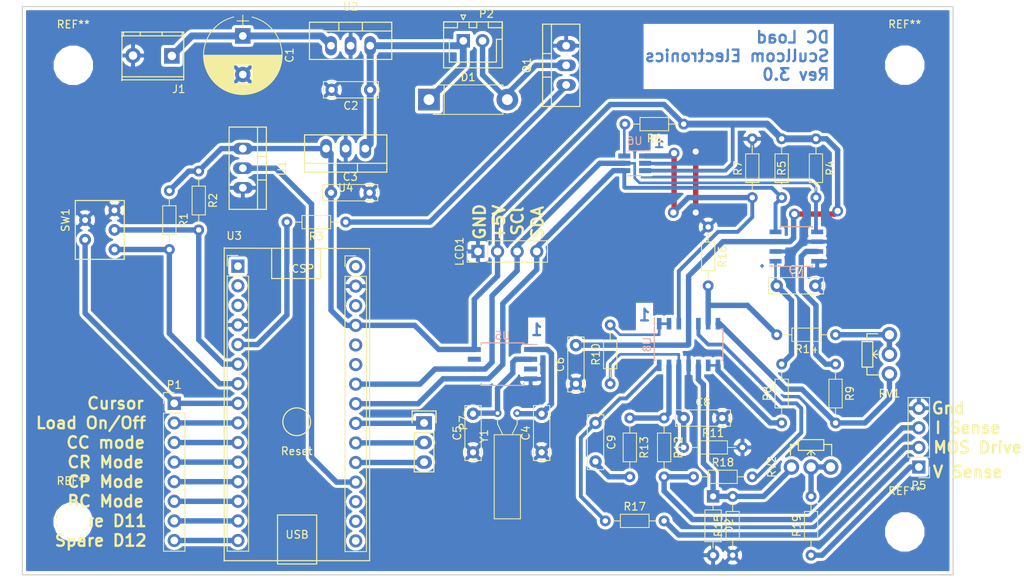
<source format=kicad_pcb>
(kicad_pcb (version 4) (host pcbnew 4.0.5)
  (layers (0 F.Cu signal) (31 B.Cu signal) (34 B.Paste user) (35 F.Paste user) (36 B.SilkS user) (37 F.SilkS user) (38 B.Mask user) (39 F.Mask user) (44 Edge.Cuts user))
  (net 0 "")
  (net 1 "Net-(C1-Pad1)")
  (net 2 GND)
  (net 3 +12V)
  (net 4 +5V)
  (net 5 "Net-(C4-Pad2)")
  (net 6 "Net-(C5-Pad2)")
  (net 7 "Net-(C7-Pad1)")
  (net 8 "Net-(C8-Pad1)")
  (net 9 "Net-(C9-Pad1)")
  (net 10 "Net-(C9-Pad2)")
  (net 11 "Net-(D1-Pad2)")
  (net 12 "Net-(D2-Pad1)")
  (net 13 "Net-(Q1-Pad1)")
  (net 14 "Net-(R1-Pad2)")
  (net 15 "Net-(R2-Pad2)")
  (net 16 "Net-(R3-Pad2)")
  (net 17 "Net-(R6-Pad2)")
  (net 18 "Net-(R8-Pad1)")
  (net 19 "Net-(R9-Pad1)")
  (net 20 "Net-(R9-Pad2)")
  (net 21 "Net-(R10-Pad2)")
  (net 22 "Net-(R12-Pad1)")
  (net 23 "Net-(R14-Pad1)")
  (net 24 "Net-(R14-Pad2)")
  (net 25 "Net-(R18-Pad2)")
  (net 26 "Net-(R19-Pad2)")
  (net 27 "Net-(U1-Pad2)")
  (net 28 "Net-(U3-Pad16)")
  (net 29 "Net-(U3-Pad17)")
  (net 30 "Net-(U3-Pad18)")
  (net 31 "Net-(U3-Pad25)")
  (net 32 "Net-(U3-Pad26)")
  (net 33 "Net-(U3-Pad28)")
  (net 34 "Net-(U3-Pad30)")
  (net 35 "Net-(U3-Pad1)")
  (net 36 "Net-(U3-Pad3)")
  (net 37 "Net-(U5-Pad3)")
  (net 38 "Net-(U5-Pad7)")
  (net 39 /CP)
  (net 40 /BC)
  (net 41 /Cursor)
  (net 42 /CC)
  (net 43 /CR)
  (net 44 /LoadOn/Off)
  (net 45 /Vsense)
  (net 46 /MosfetDrive)
  (net 47 /ISense)
  (net 48 "Net-(R7-Pad1)")
  (net 49 "Net-(P7-Pad1)")
  (net 50 "Net-(P7-Pad2)")
  (net 51 "Net-(P7-Pad3)")
  (net 52 /SpareD11)
  (net 53 /SpareD12)
  (net 54 "Net-(U3-Pad2)")
  (net 55 /SCL)
  (net 56 /SDA)
  (module TO_SOT_Packages_THT:TO-220_Neutral123_Vertical (layer F.Cu) (at 74.295 71.755 270)
    (fp_text reference U1 (at 0 -5.08 270) (layer F.SilkS))
    (fp_text value LM35)
    (pad 2 thru_hole oval (at 0 0) (size 2.49936 1.50114) (drill 1.00076) (layers *.Cu *.Mask) (net 27 "Net-(U1-Pad2)"))
    (pad 1 thru_hole oval (at -2.54 0) (size 2.49936 1.50114) (drill 1.00076) (layers *.Cu *.Mask) (net 4 +5V))
    (pad 3 thru_hole oval (at 2.54 0) (size 2.49936 1.50114) (drill 1.00076) (layers *.Cu *.Mask) (net 2 GND))
  )
  (module Crystals:Crystal_AT310_d3.0mm_l10.0mm_Horizontal (layer F.Cu) (at 107.315 103.505)
    (fp_text reference Y1 (at -1.75 3 90) (layer F.SilkS))
    (fp_text value 32.768kHz)
    (pad 1 thru_hole circle (at 0 0) (size 1 1) (drill 0.5) (layers *.Cu *.Mask) (net 6 "Net-(C5-Pad2)"))
    (pad 2 thru_hole circle (at 2.54 0) (size 1 1) (drill 0.5) (layers *.Cu *.Mask) (net 5 "Net-(C4-Pad2)"))
  )
  (module Capacitors_THT:CP_Radial_D10.0mm_P5.00mm (layer F.Cu) (at 74.295 54.61 270)
    (fp_text reference C1 (at 2.5 -6.06 270) (layer F.SilkS))
    (fp_text value 470uF)
    (pad 1 thru_hole rect (at 0 0 270) (size 2 2) (drill 1) (layers *.Cu *.Mask) (net 1 "Net-(C1-Pad1)"))
    (pad 2 thru_hole circle (at 5 0 270) (size 2 2) (drill 1) (layers *.Cu *.Mask) (net 2 GND))
  )
  (module Capacitors_THT:C_Rect_L7.0mm_W2.0mm_P5.00mm (layer F.Cu) (at 90.805 61.595 180)
    (fp_text reference C2 (at 2.5 -2.06 180) (layer F.SilkS))
    (fp_text value 100nF)
    (pad 1 thru_hole circle (at 0 0 180) (size 1.6 1.6) (drill 0.8) (layers *.Cu *.Mask) (net 3 +12V))
    (pad 2 thru_hole circle (at 5 0 180) (size 1.6 1.6) (drill 0.8) (layers *.Cu *.Mask) (net 2 GND))
  )
  (module Capacitors_THT:C_Rect_L7.0mm_W2.0mm_P5.00mm (layer F.Cu) (at 85.725 74.93)
    (fp_text reference C3 (at 2.5 -2.06) (layer F.SilkS))
    (fp_text value 100nF)
    (pad 1 thru_hole circle (at 0 0) (size 1.6 1.6) (drill 0.8) (layers *.Cu *.Mask) (net 4 +5V))
    (pad 2 thru_hole circle (at 5 0) (size 1.6 1.6) (drill 0.8) (layers *.Cu *.Mask) (net 2 GND))
  )
  (module Capacitors_THT:C_Rect_L7.0mm_W2.0mm_P5.00mm (layer F.Cu) (at 113.03 108.585 90)
    (fp_text reference C4 (at 2.5 -2.06 90) (layer F.SilkS))
    (fp_text value 10pF)
    (pad 1 thru_hole circle (at 0 0 90) (size 1.6 1.6) (drill 0.8) (layers *.Cu *.Mask) (net 2 GND))
    (pad 2 thru_hole circle (at 5 0 90) (size 1.6 1.6) (drill 0.8) (layers *.Cu *.Mask) (net 5 "Net-(C4-Pad2)"))
  )
  (module Capacitors_THT:C_Rect_L7.0mm_W2.0mm_P5.00mm (layer F.Cu) (at 104.14 108.585 90)
    (fp_text reference C5 (at 2.5 -2.06 90) (layer F.SilkS))
    (fp_text value 10pF)
    (pad 1 thru_hole circle (at 0 0 90) (size 1.6 1.6) (drill 0.8) (layers *.Cu *.Mask) (net 2 GND))
    (pad 2 thru_hole circle (at 5 0 90) (size 1.6 1.6) (drill 0.8) (layers *.Cu *.Mask) (net 6 "Net-(C5-Pad2)"))
  )
  (module Capacitors_THT:C_Rect_L7.0mm_W2.0mm_P5.00mm (layer F.Cu) (at 117.475 99.695 90)
    (fp_text reference C6 (at 2.5 -2.06 90) (layer F.SilkS))
    (fp_text value 100nF)
    (pad 1 thru_hole circle (at 0 0 90) (size 1.6 1.6) (drill 0.8) (layers *.Cu *.Mask) (net 2 GND))
    (pad 2 thru_hole circle (at 5 0 90) (size 1.6 1.6) (drill 0.8) (layers *.Cu *.Mask) (net 4 +5V))
  )
  (module Capacitors_THT:C_Rect_L7.0mm_W2.0mm_P5.00mm (layer F.Cu) (at 143.51 86.995)
    (fp_text reference C7 (at 2.5 -2.06) (layer F.SilkS))
    (fp_text value 100nF)
    (pad 1 thru_hole circle (at 0 0) (size 1.6 1.6) (drill 0.8) (layers *.Cu *.Mask) (net 7 "Net-(C7-Pad1)"))
    (pad 2 thru_hole circle (at 5 0) (size 1.6 1.6) (drill 0.8) (layers *.Cu *.Mask) (net 2 GND))
  )
  (module Capacitors_THT:C_Rect_L7.0mm_W2.0mm_P5.00mm (layer F.Cu) (at 131.445 104.14)
    (fp_text reference C8 (at 2.5 -2.06) (layer F.SilkS))
    (fp_text value 100nF)
    (pad 1 thru_hole circle (at 0 0) (size 1.6 1.6) (drill 0.8) (layers *.Cu *.Mask) (net 8 "Net-(C8-Pad1)"))
    (pad 2 thru_hole circle (at 5 0) (size 1.6 1.6) (drill 0.8) (layers *.Cu *.Mask) (net 2 GND))
  )
  (module Capacitors_THT:C_Rect_L7.0mm_W2.0mm_P5.00mm (layer F.Cu) (at 120.015 104.775 270)
    (fp_text reference C9 (at 2.5 -2.06 270) (layer F.SilkS))
    (fp_text value 1nF)
    (pad 1 thru_hole circle (at 0 0 270) (size 1.6 1.6) (drill 0.8) (layers *.Cu *.Mask) (net 9 "Net-(C9-Pad1)"))
    (pad 2 thru_hole circle (at 5 0 270) (size 1.6 1.6) (drill 0.8) (layers *.Cu *.Mask) (net 10 "Net-(C9-Pad2)"))
  )
  (module Diodes_THT:D_5W_P10.16mm_Horizontal (layer F.Cu) (at 98.425 62.865)
    (fp_text reference D1 (at 5.08 -2.91) (layer F.SilkS))
    (fp_text value 1N4007)
    (pad 1 thru_hole rect (at 0 0) (size 2.8 2.8) (drill 1.4) (layers *.Cu *.Mask) (net 3 +12V))
    (pad 2 thru_hole oval (at 10.16 0) (size 2.8 2.8) (drill 1.4) (layers *.Cu *.Mask) (net 11 "Net-(D1-Pad2)"))
  )
  (module Pin_Headers:Pin_Header_Straight_1x04_Pitch2.54mm (layer F.Cu) (at 104.775 82.55 90)
    (fp_text reference LCD1 (at 0 -2.39 90) (layer F.SilkS))
    (fp_text value LCD20x4i2c)
    (pad 1 thru_hole rect (at 0 0 90) (size 1.7 1.7) (drill 1) (layers *.Cu *.Mask) (net 2 GND))
    (pad 2 thru_hole oval (at 0 2.54 90) (size 1.7 1.7) (drill 1) (layers *.Cu *.Mask) (net 4 +5V))
    (pad 3 thru_hole oval (at 0 5.08 90) (size 1.7 1.7) (drill 1) (layers *.Cu *.Mask) (net 55 /SCL))
    (pad 4 thru_hole oval (at 0 7.62 90) (size 1.7 1.7) (drill 1) (layers *.Cu *.Mask) (net 56 /SDA))
  )
  (module TO_SOT_Packages_THT:TO-220_Neutral123_Vertical (layer F.Cu) (at 116.205 58.42 90)
    (fp_text reference Q1 (at 0 -5.08 90) (layer F.SilkS))
    (fp_text value TIP120)
    (pad 2 thru_hole oval (at 0 0 180) (size 2.49936 1.50114) (drill 1.00076) (layers *.Cu *.Mask) (net 11 "Net-(D1-Pad2)"))
    (pad 1 thru_hole oval (at -2.54 0 180) (size 2.49936 1.50114) (drill 1.00076) (layers *.Cu *.Mask) (net 13 "Net-(Q1-Pad1)"))
    (pad 3 thru_hole oval (at 2.54 0 180) (size 2.49936 1.50114) (drill 1.00076) (layers *.Cu *.Mask) (net 2 GND))
  )
  (module Resistors_THT:R_Axial_DIN0204_L3.6mm_D1.6mm_P7.62mm_Horizontal (layer F.Cu) (at 64.77 74.676 270)
    (fp_text reference R1 (at 3.81 -1.86 270) (layer F.SilkS))
    (fp_text value 10K)
    (pad 1 thru_hole circle (at 0 0 270) (size 1.4 1.4) (drill 0.7) (layers *.Cu *.Mask) (net 4 +5V))
    (pad 2 thru_hole oval (at 7.62 0 270) (size 1.4 1.4) (drill 0.7) (layers *.Cu *.Mask) (net 14 "Net-(R1-Pad2)"))
  )
  (module Resistors_THT:R_Axial_DIN0204_L3.6mm_D1.6mm_P7.62mm_Horizontal (layer F.Cu) (at 68.58 72.136 270)
    (fp_text reference R2 (at 3.81 -1.86 270) (layer F.SilkS))
    (fp_text value 10K)
    (pad 1 thru_hole circle (at 0 0 270) (size 1.4 1.4) (drill 0.7) (layers *.Cu *.Mask) (net 4 +5V))
    (pad 2 thru_hole oval (at 7.62 0 270) (size 1.4 1.4) (drill 0.7) (layers *.Cu *.Mask) (net 15 "Net-(R2-Pad2)"))
  )
  (module Resistors_THT:R_Axial_DIN0204_L3.6mm_D1.6mm_P7.62mm_Horizontal (layer F.Cu) (at 87.63 78.74 180)
    (fp_text reference R3 (at 3.81 -1.86 180) (layer F.SilkS))
    (fp_text value 1K)
    (pad 1 thru_hole circle (at 0 0 180) (size 1.4 1.4) (drill 0.7) (layers *.Cu *.Mask) (net 13 "Net-(Q1-Pad1)"))
    (pad 2 thru_hole oval (at 7.62 0 180) (size 1.4 1.4) (drill 0.7) (layers *.Cu *.Mask) (net 16 "Net-(R3-Pad2)"))
  )
  (module Resistors_THT:R_Axial_DIN0204_L3.6mm_D1.6mm_P7.62mm_Horizontal (layer F.Cu) (at 148.59 67.945 270)
    (fp_text reference R4 (at 3.81 -1.86 270) (layer F.SilkS))
    (fp_text value 10K)
    (pad 1 thru_hole circle (at 0 0 270) (size 1.4 1.4) (drill 0.7) (layers *.Cu *.Mask) (net 4 +5V))
    (pad 2 thru_hole oval (at 7.62 0 270) (size 1.4 1.4) (drill 0.7) (layers *.Cu *.Mask) (net 55 /SCL))
  )
  (module Resistors_THT:R_Axial_DIN0204_L3.6mm_D1.6mm_P7.62mm_Horizontal (layer F.Cu) (at 144.145 67.945 270)
    (fp_text reference R5 (at 3.81 0 270) (layer F.SilkS))
    (fp_text value 10K)
    (pad 1 thru_hole circle (at 0 0 270) (size 1.4 1.4) (drill 0.7) (layers *.Cu *.Mask) (net 4 +5V))
    (pad 2 thru_hole oval (at 7.62 0 270) (size 1.4 1.4) (drill 0.7) (layers *.Cu *.Mask) (net 56 /SDA))
  )
  (module Resistors_THT:R_Axial_DIN0204_L3.6mm_D1.6mm_P7.62mm_Horizontal (layer F.Cu) (at 131.445 66.04 180)
    (fp_text reference R6 (at 3.81 -1.86 180) (layer F.SilkS))
    (fp_text value 4K7)
    (pad 1 thru_hole circle (at 0 0 180) (size 1.4 1.4) (drill 0.7) (layers *.Cu *.Mask) (net 4 +5V))
    (pad 2 thru_hole oval (at 7.62 0 180) (size 1.4 1.4) (drill 0.7) (layers *.Cu *.Mask) (net 17 "Net-(R6-Pad2)"))
  )
  (module Resistors_THT:R_Axial_DIN0204_L3.6mm_D1.6mm_P7.62mm_Horizontal (layer F.Cu) (at 140.335 75.565 90)
    (fp_text reference R7 (at 3.81 -1.86 90) (layer F.SilkS))
    (fp_text value 10K)
    (pad 1 thru_hole circle (at 0 0 90) (size 1.4 1.4) (drill 0.7) (layers *.Cu *.Mask) (net 48 "Net-(R7-Pad1)"))
    (pad 2 thru_hole oval (at 7.62 0 90) (size 1.4 1.4) (drill 0.7) (layers *.Cu *.Mask) (net 2 GND))
  )
  (module Resistors_THT:R_Axial_DIN0204_L3.6mm_D1.6mm_P7.62mm_Horizontal (layer F.Cu) (at 144.145 104.775 90)
    (fp_text reference R8 (at 3.81 -1.86 90) (layer F.SilkS))
    (fp_text value 100R)
    (pad 1 thru_hole circle (at 0 0 90) (size 1.4 1.4) (drill 0.7) (layers *.Cu *.Mask) (net 18 "Net-(R8-Pad1)"))
    (pad 2 thru_hole oval (at 7.62 0 90) (size 1.4 1.4) (drill 0.7) (layers *.Cu *.Mask) (net 7 "Net-(C7-Pad1)"))
  )
  (module Resistors_THT:R_Axial_DIN0204_L3.6mm_D1.6mm_P7.62mm_Horizontal (layer F.Cu) (at 151.13 97.155 270)
    (fp_text reference R9 (at 3.81 -1.86 270) (layer F.SilkS))
    (fp_text value 100R)
    (pad 1 thru_hole circle (at 0 0 270) (size 1.4 1.4) (drill 0.7) (layers *.Cu *.Mask) (net 19 "Net-(R9-Pad1)"))
    (pad 2 thru_hole oval (at 7.62 0 270) (size 1.4 1.4) (drill 0.7) (layers *.Cu *.Mask) (net 20 "Net-(R9-Pad2)"))
  )
  (module Resistors_THT:R_Axial_DIN0204_L3.6mm_D1.6mm_P7.62mm_Horizontal (layer F.Cu) (at 121.92 99.695 90)
    (fp_text reference R10 (at 3.81 -1.86 90) (layer F.SilkS))
    (fp_text value 9K09)
    (pad 1 thru_hole circle (at 0 0 90) (size 1.4 1.4) (drill 0.7) (layers *.Cu *.Mask) (net 8 "Net-(C8-Pad1)"))
    (pad 2 thru_hole oval (at 7.62 0 90) (size 1.4 1.4) (drill 0.7) (layers *.Cu *.Mask) (net 21 "Net-(R10-Pad2)"))
  )
  (module Resistors_THT:R_Axial_DIN0204_L3.6mm_D1.6mm_P7.62mm_Horizontal (layer F.Cu) (at 131.445 107.95)
    (fp_text reference R11 (at 3.81 -1.86) (layer F.SilkS))
    (fp_text value 909R)
    (pad 1 thru_hole circle (at 0 0) (size 1.4 1.4) (drill 0.7) (layers *.Cu *.Mask) (net 8 "Net-(C8-Pad1)"))
    (pad 2 thru_hole oval (at 7.62 0) (size 1.4 1.4) (drill 0.7) (layers *.Cu *.Mask) (net 2 GND))
  )
  (module Resistors_THT:R_Axial_DIN0204_L3.6mm_D1.6mm_P7.62mm_Horizontal (layer F.Cu) (at 128.905 104.14 270)
    (fp_text reference R12 (at 3.81 -1.86 270) (layer F.SilkS))
    (fp_text value 1K)
    (pad 1 thru_hole circle (at 0 0 270) (size 1.4 1.4) (drill 0.7) (layers *.Cu *.Mask) (net 22 "Net-(R12-Pad1)"))
    (pad 2 thru_hole oval (at 7.62 0 270) (size 1.4 1.4) (drill 0.7) (layers *.Cu *.Mask) (net 47 /ISense))
  )
  (module Resistors_THT:R_Axial_DIN0204_L3.6mm_D1.6mm_P7.62mm_Horizontal (layer F.Cu) (at 124.46 104.14 270)
    (fp_text reference R13 (at 3.81 -1.86 270) (layer F.SilkS))
    (fp_text value 1K)
    (pad 1 thru_hole circle (at 0 0 270) (size 1.4 1.4) (drill 0.7) (layers *.Cu *.Mask) (net 22 "Net-(R12-Pad1)"))
    (pad 2 thru_hole oval (at 7.62 0 270) (size 1.4 1.4) (drill 0.7) (layers *.Cu *.Mask) (net 10 "Net-(C9-Pad2)"))
  )
  (module Resistors_THT:R_Axial_DIN0204_L3.6mm_D1.6mm_P7.62mm_Horizontal (layer F.Cu) (at 151.13 93.345 180)
    (fp_text reference R14 (at 3.81 -1.86 180) (layer F.SilkS))
    (fp_text value 8K2)
    (pad 1 thru_hole circle (at 0 0 180) (size 1.4 1.4) (drill 0.7) (layers *.Cu *.Mask) (net 23 "Net-(R14-Pad1)"))
    (pad 2 thru_hole oval (at 7.62 0 180) (size 1.4 1.4) (drill 0.7) (layers *.Cu *.Mask) (net 24 "Net-(R14-Pad2)"))
  )
  (module Resistors_THT:R_Axial_DIN0204_L3.6mm_D1.6mm_P7.62mm_Horizontal (layer F.Cu) (at 137.795 121.92 90)
    (fp_text reference R15 (at 3.81 -1.86 90) (layer F.SilkS))
    (fp_text value 2K)
    (pad 1 thru_hole circle (at 0 0 90) (size 1.4 1.4) (drill 0.7) (layers *.Cu *.Mask) (net 2 GND))
    (pad 2 thru_hole oval (at 7.62 0 90) (size 1.4 1.4) (drill 0.7) (layers *.Cu *.Mask) (net 12 "Net-(D2-Pad1)"))
  )
  (module Resistors_THT:R_Axial_DIN0204_L3.6mm_D1.6mm_P7.62mm_Horizontal (layer F.Cu) (at 134.62 79.375 270)
    (fp_text reference R16 (at 3.81 -1.86 270) (layer F.SilkS))
    (fp_text value 9K1)
    (pad 1 thru_hole circle (at 0 0 270) (size 1.4 1.4) (drill 0.7) (layers *.Cu *.Mask) (net 2 GND))
    (pad 2 thru_hole oval (at 7.62 0 270) (size 1.4 1.4) (drill 0.7) (layers *.Cu *.Mask) (net 24 "Net-(R14-Pad2)"))
  )
  (module Resistors_THT:R_Axial_DIN0204_L3.6mm_D1.6mm_P7.62mm_Horizontal (layer F.Cu) (at 121.285 117.475)
    (fp_text reference R17 (at 3.81 -1.86) (layer F.SilkS))
    (fp_text value 100R)
    (pad 1 thru_hole circle (at 0 0) (size 1.4 1.4) (drill 0.7) (layers *.Cu *.Mask) (net 9 "Net-(C9-Pad1)"))
    (pad 2 thru_hole oval (at 7.62 0) (size 1.4 1.4) (drill 0.7) (layers *.Cu *.Mask) (net 46 /MosfetDrive))
  )
  (module Resistors_THT:R_Axial_DIN0204_L3.6mm_D1.6mm_P7.62mm_Horizontal (layer F.Cu) (at 132.715 111.76)
    (fp_text reference R18 (at 3.81 -1.86) (layer F.SilkS))
    (fp_text value 1K)
    (pad 1 thru_hole circle (at 0 0) (size 1.4 1.4) (drill 0.7) (layers *.Cu *.Mask) (net 47 /ISense))
    (pad 2 thru_hole oval (at 7.62 0) (size 1.4 1.4) (drill 0.7) (layers *.Cu *.Mask) (net 25 "Net-(R18-Pad2)"))
  )
  (module Resistors_THT:R_Axial_DIN0204_L3.6mm_D1.6mm_P7.62mm_Horizontal (layer F.Cu) (at 147.955 121.92 90)
    (fp_text reference R19 (at 3.81 -1.86 90) (layer F.SilkS))
    (fp_text value 91K)
    (pad 1 thru_hole circle (at 0 0 90) (size 1.4 1.4) (drill 0.7) (layers *.Cu *.Mask) (net 45 /Vsense))
    (pad 2 thru_hole oval (at 7.62 0 90) (size 1.4 1.4) (drill 0.7) (layers *.Cu *.Mask) (net 26 "Net-(R19-Pad2)"))
  )
  (module TO_SOT_Packages_THT:TO-220_Neutral123_Vertical (layer F.Cu) (at 88.265 55.88)
    (fp_text reference U2 (at 0 -5.08) (layer F.SilkS))
    (fp_text value LM7812)
    (pad 2 thru_hole oval (at 0 0 90) (size 2.49936 1.50114) (drill 1.00076) (layers *.Cu *.Mask) (net 2 GND))
    (pad 1 thru_hole oval (at -2.54 0 90) (size 2.49936 1.50114) (drill 1.00076) (layers *.Cu *.Mask) (net 1 "Net-(C1-Pad1)"))
    (pad 3 thru_hole oval (at 2.54 0 90) (size 2.49936 1.50114) (drill 1.00076) (layers *.Cu *.Mask) (net 3 +12V))
  )
  (module TO_SOT_Packages_THT:TO-220_Neutral123_Vertical (layer F.Cu) (at 87.63 69.215 180)
    (fp_text reference U4 (at 0 -5.08 180) (layer F.SilkS))
    (fp_text value 7805)
    (pad 2 thru_hole oval (at 0 0 270) (size 2.49936 1.50114) (drill 1.00076) (layers *.Cu *.Mask) (net 2 GND))
    (pad 1 thru_hole oval (at -2.54 0 270) (size 2.49936 1.50114) (drill 1.00076) (layers *.Cu *.Mask) (net 3 +12V))
    (pad 3 thru_hole oval (at 2.54 0 270) (size 2.49936 1.50114) (drill 1.00076) (layers *.Cu *.Mask) (net 4 +5V))
  )
  (module Housings_SOIC:SOIJ-8_5.3x5.3mm_Pitch1.27mm (layer B.Cu) (at 107.95 97.155 180)
    (fp_text reference U5 (at 0 3.68 180) (layer B.SilkS) (effects (justify mirror)))
    (fp_text value MCP7941N)
    (pad 1 smd rect (at -3.65 1.905 180) (size 1.7 0.65) (layers B.Cu B.Paste B.Mask) (net 5 "Net-(C4-Pad2)"))
    (pad 2 smd rect (at -3.65 0.635 180) (size 1.7 0.65) (layers B.Cu B.Paste B.Mask) (net 6 "Net-(C5-Pad2)"))
    (pad 3 smd rect (at -3.65 -0.635 180) (size 1.7 0.65) (layers B.Cu B.Paste B.Mask) (net 37 "Net-(U5-Pad3)"))
    (pad 4 smd rect (at -3.65 -1.905 180) (size 1.7 0.65) (layers B.Cu B.Paste B.Mask) (net 2 GND))
    (pad 5 smd rect (at 3.65 -1.905 180) (size 1.7 0.65) (layers B.Cu B.Paste B.Mask) (net 56 /SDA))
    (pad 6 smd rect (at 3.65 -0.635 180) (size 1.7 0.65) (layers B.Cu B.Paste B.Mask) (net 55 /SCL))
    (pad 7 smd rect (at 3.65 0.635 180) (size 1.7 0.65) (layers B.Cu B.Paste B.Mask) (net 38 "Net-(U5-Pad7)"))
    (pad 8 smd rect (at 3.65 1.905 180) (size 1.7 0.65) (layers B.Cu B.Paste B.Mask) (net 4 +5V))
  )
  (module TO_SOT_Packages_SMD:SOT-23-6_Handsoldering (layer B.Cu) (at 125.095 71.12 180)
    (fp_text reference U6 (at 0 2.9 180) (layer B.SilkS) (effects (justify mirror)))
    (fp_text value MCP4725A0T-E/CH)
    (pad 1 smd rect (at -1.35 0.95 180) (size 1.56 0.65) (layers B.Cu B.Paste B.Mask) (net 48 "Net-(R7-Pad1)"))
    (pad 2 smd rect (at -1.35 0 180) (size 1.56 0.65) (layers B.Cu B.Paste B.Mask) (net 2 GND))
    (pad 3 smd rect (at -1.35 -0.95 180) (size 1.56 0.65) (layers B.Cu B.Paste B.Mask) (net 4 +5V))
    (pad 4 smd rect (at 1.35 -0.95 180) (size 1.56 0.65) (layers B.Cu B.Paste B.Mask) (net 56 /SDA))
    (pad 6 smd rect (at 1.35 0.95 180) (size 1.56 0.65) (layers B.Cu B.Paste B.Mask) (net 17 "Net-(R6-Pad2)"))
    (pad 5 smd rect (at 1.35 0 180) (size 1.56 0.65) (layers B.Cu B.Paste B.Mask) (net 55 /SCL))
  )
  (module Housings_SOIC:SOIC-8_3.9x4.9mm_Pitch1.27mm (layer B.Cu) (at 146.05 81.915)
    (fp_text reference U7 (at 0 3.5) (layer B.SilkS) (effects (justify mirror)))
    (fp_text value MCP3426A0-E/SN)
    (pad 1 smd rect (at -2.7 1.905) (size 1.55 0.6) (layers B.Cu B.Paste B.Mask) (net 7 "Net-(C7-Pad1)"))
    (pad 2 smd rect (at -2.7 0.635) (size 1.55 0.6) (layers B.Cu B.Paste B.Mask) (net 2 GND))
    (pad 3 smd rect (at -2.7 -0.635) (size 1.55 0.6) (layers B.Cu B.Paste B.Mask) (net 4 +5V))
    (pad 4 smd rect (at -2.7 -1.905) (size 1.55 0.6) (layers B.Cu B.Paste B.Mask) (net 56 /SDA))
    (pad 5 smd rect (at 2.7 -1.905) (size 1.55 0.6) (layers B.Cu B.Paste B.Mask) (net 55 /SCL))
    (pad 6 smd rect (at 2.7 -0.635) (size 1.55 0.6) (layers B.Cu B.Paste B.Mask) (net 2 GND))
    (pad 7 smd rect (at 2.7 0.635) (size 1.55 0.6) (layers B.Cu B.Paste B.Mask) (net 19 "Net-(R9-Pad1)"))
    (pad 8 smd rect (at 2.7 1.905) (size 1.55 0.6) (layers B.Cu B.Paste B.Mask) (net 2 GND))
  )
  (module Housings_SOIC:SOIC-14_3.9x8.7mm_Pitch1.27mm (layer B.Cu) (at 132.08 94.615 270)
    (fp_text reference U8 (at 0 5.375 270) (layer B.SilkS) (effects (justify mirror)))
    (fp_text value AD8630ARZ)
    (pad 1 smd rect (at -2.7 3.81 270) (size 1.5 0.6) (layers B.Cu B.Paste B.Mask) (net 21 "Net-(R10-Pad2)"))
    (pad 2 smd rect (at -2.7 2.54 270) (size 1.5 0.6) (layers B.Cu B.Paste B.Mask) (net 21 "Net-(R10-Pad2)"))
    (pad 3 smd rect (at -2.7 1.27 270) (size 1.5 0.6) (layers B.Cu B.Paste B.Mask) (net 48 "Net-(R7-Pad1)"))
    (pad 4 smd rect (at -2.7 0 270) (size 1.5 0.6) (layers B.Cu B.Paste B.Mask) (net 4 +5V))
    (pad 5 smd rect (at -2.7 -1.27 270) (size 1.5 0.6) (layers B.Cu B.Paste B.Mask) (net 25 "Net-(R18-Pad2)"))
    (pad 6 smd rect (at -2.7 -2.54 270) (size 1.5 0.6) (layers B.Cu B.Paste B.Mask) (net 24 "Net-(R14-Pad2)"))
    (pad 7 smd rect (at -2.7 -3.81 270) (size 1.5 0.6) (layers B.Cu B.Paste B.Mask) (net 20 "Net-(R9-Pad2)"))
    (pad 8 smd rect (at 2.7 -3.81 270) (size 1.5 0.6) (layers B.Cu B.Paste B.Mask) (net 18 "Net-(R8-Pad1)"))
    (pad 9 smd rect (at 2.7 -2.54 270) (size 1.5 0.6) (layers B.Cu B.Paste B.Mask) (net 18 "Net-(R8-Pad1)"))
    (pad 10 smd rect (at 2.7 -1.27 270) (size 1.5 0.6) (layers B.Cu B.Paste B.Mask) (net 12 "Net-(D2-Pad1)"))
    (pad 11 smd rect (at 2.7 0 270) (size 1.5 0.6) (layers B.Cu B.Paste B.Mask) (net 2 GND))
    (pad 12 smd rect (at 2.7 1.27 270) (size 1.5 0.6) (layers B.Cu B.Paste B.Mask) (net 8 "Net-(C8-Pad1)"))
    (pad 13 smd rect (at 2.7 2.54 270) (size 1.5 0.6) (layers B.Cu B.Paste B.Mask) (net 22 "Net-(R12-Pad1)"))
    (pad 14 smd rect (at 2.7 3.81 270) (size 1.5 0.6) (layers B.Cu B.Paste B.Mask) (net 9 "Net-(C9-Pad1)"))
  )
  (module "A - My Own KiCad Footprint Libraries:Alps_Rotary_Encoder" (layer F.Cu) (at 55.118 79.756 270)
    (fp_text reference SW1 (at -1.27 3.81 270) (layer F.SilkS))
    (fp_text value Rotary_Encoder_Switch)
    (pad 1 thru_hole circle (at -2.54 -2.54 270) (size 1.524 1.524) (drill 0.762) (layers *.Cu *.Mask) (net 2 GND))
    (pad 2 thru_hole circle (at 0 -2.54 270) (size 1.524 1.524) (drill 0.762) (layers *.Cu *.Mask) (net 15 "Net-(R2-Pad2)"))
    (pad 3 thru_hole circle (at 2.54 -2.54 270) (size 1.524 1.524) (drill 0.762) (layers *.Cu *.Mask) (net 14 "Net-(R1-Pad2)"))
    (pad 4 thru_hole circle (at -1.27 1.27 270) (size 1.524 1.524) (drill 0.762) (layers *.Cu *.Mask) (net 2 GND))
    (pad 5 thru_hole circle (at 1.27 1.27 270) (size 1.524 1.524) (drill 0.762) (layers *.Cu *.Mask) (net 41 /Cursor))
  )
  (module Pin_Headers:Pin_Header_Straight_1x04_Pitch2.54mm (layer F.Cu) (at 161.925 110.49 180)
    (fp_text reference P5 (at 0 -2.39 180) (layer F.SilkS))
    (fp_text value CONN_01X04)
    (pad 1 thru_hole rect (at 0 0 180) (size 1.7 1.7) (drill 1) (layers *.Cu *.Mask) (net 45 /Vsense))
    (pad 2 thru_hole oval (at 0 2.54 180) (size 1.7 1.7) (drill 1) (layers *.Cu *.Mask) (net 46 /MosfetDrive))
    (pad 3 thru_hole oval (at 0 5.08 180) (size 1.7 1.7) (drill 1) (layers *.Cu *.Mask) (net 47 /ISense))
    (pad 4 thru_hole oval (at 0 7.62 180) (size 1.7 1.7) (drill 1) (layers *.Cu *.Mask) (net 2 GND))
  )
  (module "A - My Own KiCad Footprint Libraries:Potentiometer_WirePads_Small" (layer F.Cu) (at 145.415 110.49 90)
    (fp_text reference RV2 (at 0 -2.54 90) (layer F.SilkS))
    (fp_text value 20K)
    (pad 2 thru_hole circle (at 0 2.54 90) (size 1.99898 1.99898) (drill 1.19888) (layers *.Cu *.Mask) (net 26 "Net-(R19-Pad2)"))
    (pad 3 thru_hole circle (at 0 5.08 90) (size 1.99898 1.99898) (drill 1.19888) (layers *.Cu *.Mask) (net 26 "Net-(R19-Pad2)"))
    (pad 1 thru_hole circle (at 0 0 90) (size 1.99898 1.99898) (drill 1.19888) (layers *.Cu *.Mask) (net 12 "Net-(D2-Pad1)"))
  )
  (module Socket_Strips:Socket_Strip_Straight_1x03 (layer F.Cu) (at 97.79 104.775 270)
    (fp_text reference P7 (at 0 -5.1 270) (layer F.SilkS))
    (fp_text value CONN_01X03)
    (pad 1 thru_hole rect (at 0 0 270) (size 1.7272 2.032) (drill 1.016) (layers *.Cu *.Mask) (net 49 "Net-(P7-Pad1)"))
    (pad 2 thru_hole oval (at 2.54 0 270) (size 1.7272 2.032) (drill 1.016) (layers *.Cu *.Mask) (net 50 "Net-(P7-Pad2)"))
    (pad 3 thru_hole oval (at 5.08 0 270) (size 1.7272 2.032) (drill 1.016) (layers *.Cu *.Mask) (net 51 "Net-(P7-Pad3)"))
  )
  (module "A - My Own KiCad Footprint Libraries:Arduino_Nano_V3" (layer F.Cu) (at 73.66 84.455)
    (fp_text reference U3 (at -0.4826 -3.937) (layer F.SilkS))
    (fp_text value ArduinoNanoV3 hide)
    (fp_text user Reset (at 7.62 23.9776) (layer F.SilkS))
    (fp_text user USB (at 7.6708 34.798) (layer F.SilkS))
    (fp_text user ICSP (at 8.1788 0.3302) (layer F.SilkS))
    (pad 16 thru_hole circle (at 15.2654 35.6108) (size 1.7 1.7) (drill 1) (layers *.Mask B.Cu) (net 28 "Net-(U3-Pad16)"))
    (pad 17 thru_hole oval (at 15.2654 33.0708) (size 1.7 1.7) (drill 1) (layers *.Mask B.Cu) (net 29 "Net-(U3-Pad17)"))
    (pad 18 thru_hole oval (at 15.2654 30.5308) (size 1.7 1.7) (drill 1) (layers *.Mask B.Cu) (net 30 "Net-(U3-Pad18)"))
    (pad 19 thru_hole oval (at 15.2654 27.9908) (size 1.7 1.7) (drill 1) (layers *.Mask B.Cu) (net 27 "Net-(U1-Pad2)"))
    (pad 20 thru_hole oval (at 15.2654 25.4508) (size 1.7 1.7) (drill 1) (layers *.Mask B.Cu) (net 51 "Net-(P7-Pad3)"))
    (pad 21 thru_hole oval (at 15.2654 22.9108) (size 1.7 1.7) (drill 1) (layers *.Mask B.Cu) (net 50 "Net-(P7-Pad2)"))
    (pad 22 thru_hole oval (at 15.2654 20.3708) (size 1.7 1.7) (drill 1) (layers *.Mask B.Cu) (net 49 "Net-(P7-Pad1)"))
    (pad 23 thru_hole oval (at 15.2654 17.8308) (size 1.7 1.7) (drill 1) (layers *.Mask B.Cu) (net 56 /SDA))
    (pad 24 thru_hole oval (at 15.2654 15.2908) (size 1.7 1.7) (drill 1) (layers *.Mask B.Cu) (net 55 /SCL))
    (pad 25 thru_hole oval (at 15.2654 12.7508) (size 1.7 1.7) (drill 1) (layers *.Mask B.Cu) (net 31 "Net-(U3-Pad25)"))
    (pad 26 thru_hole oval (at 15.2654 10.2108) (size 1.7 1.7) (drill 1) (layers *.Mask B.Cu) (net 32 "Net-(U3-Pad26)"))
    (pad 27 thru_hole oval (at 15.2654 7.6708) (size 1.7 1.7) (drill 1) (layers *.Mask B.Cu) (net 4 +5V))
    (pad 28 thru_hole oval (at 15.2654 5.1308) (size 1.7 1.7) (drill 1) (layers *.Mask B.Cu) (net 33 "Net-(U3-Pad28)"))
    (pad 29 thru_hole oval (at 15.2654 2.5908) (size 1.7 1.7) (drill 1) (layers *.Mask B.Cu) (net 2 GND))
    (pad 30 thru_hole circle (at 15.2654 0.0508) (size 1.7 1.7) (drill 1) (layers *.Mask B.Cu) (net 34 "Net-(U3-Pad30)"))
    (pad 1 thru_hole rect (at 0 0) (size 1.7 1.7) (drill 1) (layers *.Mask B.Cu) (net 35 "Net-(U3-Pad1)"))
    (pad 2 thru_hole oval (at 0 2.54) (size 1.7 1.7) (drill 1) (layers *.Mask B.Cu) (net 54 "Net-(U3-Pad2)"))
    (pad 3 thru_hole oval (at 0 5.08) (size 1.7 1.7) (drill 1) (layers *.Mask B.Cu) (net 36 "Net-(U3-Pad3)"))
    (pad 4 thru_hole oval (at 0 7.62) (size 1.7 1.7) (drill 1) (layers *.Mask B.Cu) (net 2 GND))
    (pad 5 thru_hole oval (at 0 10.16) (size 1.7 1.7) (drill 1) (layers *.Mask B.Cu) (net 16 "Net-(R3-Pad2)"))
    (pad 6 thru_hole oval (at 0 12.7) (size 1.7 1.7) (drill 1) (layers *.Mask B.Cu) (net 15 "Net-(R2-Pad2)"))
    (pad 7 thru_hole oval (at 0 15.24) (size 1.7 1.7) (drill 1) (layers *.Mask B.Cu) (net 14 "Net-(R1-Pad2)"))
    (pad 8 thru_hole oval (at 0 17.78) (size 1.7 1.7) (drill 1) (layers *.Mask B.Cu) (net 41 /Cursor))
    (pad 9 thru_hole oval (at 0 20.32) (size 1.7 1.7) (drill 1) (layers *.Mask B.Cu) (net 44 /LoadOn/Off))
    (pad 10 thru_hole oval (at 0 22.86) (size 1.7 1.7) (drill 1) (layers *.Mask B.Cu) (net 42 /CC))
    (pad 11 thru_hole oval (at 0 25.4) (size 1.7 1.7) (drill 1) (layers *.Mask B.Cu) (net 43 /CR))
    (pad 12 thru_hole oval (at 0 27.94) (size 1.7 1.7) (drill 1) (layers *.Mask B.Cu) (net 39 /CP))
    (pad 13 thru_hole oval (at 0 30.48) (size 1.7 1.7) (drill 1) (layers *.Mask B.Cu) (net 40 /BC))
    (pad 14 thru_hole oval (at 0 33.02) (size 1.7 1.7) (drill 1) (layers *.Mask B.Cu) (net 52 /SpareD11))
    (pad 15 thru_hole oval (at 0 35.56) (size 1.7 1.7) (drill 1) (layers *.Mask B.Cu) (net 53 /SpareD12))
  )
  (module Diodes_THT:D_DO-35_SOD27_P7.62mm_Horizontal (layer F.Cu) (at 135.255 114.3 270)
    (fp_text reference D2 (at 3.81 -2.06 270) (layer F.SilkS))
    (fp_text value "5.1V Zener")
    (pad 1 thru_hole rect (at 0 0 270) (size 1.6 1.6) (drill 0.8) (layers *.Cu *.Mask) (net 12 "Net-(D2-Pad1)"))
    (pad 2 thru_hole oval (at 7.62 0 270) (size 1.6 1.6) (drill 0.8) (layers *.Cu *.Mask) (net 2 GND))
  )
  (module Pin_Headers:Pin_Header_Straight_1x08_Pitch2.54mm (layer F.Cu) (at 65.405 102.235)
    (fp_text reference P1 (at 0 -2.39) (layer F.SilkS))
    (fp_text value CONN_01X08)
    (pad 1 thru_hole rect (at 0 0) (size 1.7 1.7) (drill 1) (layers *.Cu *.Mask) (net 41 /Cursor))
    (pad 2 thru_hole oval (at 0 2.54) (size 1.7 1.7) (drill 1) (layers *.Cu *.Mask) (net 44 /LoadOn/Off))
    (pad 3 thru_hole oval (at 0 5.08) (size 1.7 1.7) (drill 1) (layers *.Cu *.Mask) (net 42 /CC))
    (pad 4 thru_hole oval (at 0 7.62) (size 1.7 1.7) (drill 1) (layers *.Cu *.Mask) (net 43 /CR))
    (pad 5 thru_hole oval (at 0 10.16) (size 1.7 1.7) (drill 1) (layers *.Cu *.Mask) (net 39 /CP))
    (pad 6 thru_hole oval (at 0 12.7) (size 1.7 1.7) (drill 1) (layers *.Cu *.Mask) (net 40 /BC))
    (pad 7 thru_hole oval (at 0 15.24) (size 1.7 1.7) (drill 1) (layers *.Cu *.Mask) (net 52 /SpareD11))
    (pad 8 thru_hole oval (at 0 17.78) (size 1.7 1.7) (drill 1) (layers *.Cu *.Mask) (net 53 /SpareD12))
  )
  (module Connectors_JST:JST_XH_B02B-XH-A_02x2.50mm_Straight (layer F.Cu) (at 102.87 55.245)
    (fp_text reference P2 (at 3 -3.5) (layer F.SilkS))
    (fp_text value CONN_01X02)
    (pad 1 thru_hole rect (at 0 0) (size 1.75 1.75) (drill 1) (layers *.Cu *.Mask) (net 3 +12V))
    (pad 2 thru_hole circle (at 2.5 0) (size 1.75 1.75) (drill 1) (layers *.Cu *.Mask) (net 11 "Net-(D1-Pad2)"))
  )
  (module Mounting_Holes:MountingHole_4.3mm_M4 (layer F.Cu) (at 52.324 58.42)
    (fp_text reference REF** (at 0 -5.3) (layer F.SilkS))
    (fp_text value MountingHole_4.3mm_M4)
    (pad 1 np_thru_hole circle (at 0 0) (size 4.3 4.3) (drill 4.3) (layers *.Cu *.Mask))
  )
  (module Mounting_Holes:MountingHole_4.3mm_M4 (layer F.Cu) (at 160.1 58.4)
    (fp_text reference REF** (at 0 -5.3) (layer F.SilkS))
    (fp_text value MountingHole_4.3mm_M4)
    (pad 1 np_thru_hole circle (at 0 0) (size 4.3 4.3) (drill 4.3) (layers *.Cu *.Mask))
  )
  (module Mounting_Holes:MountingHole_4.3mm_M4 (layer F.Cu) (at 160.1 118.9)
    (fp_text reference REF** (at 0 -5.3) (layer F.SilkS))
    (fp_text value MountingHole_4.3mm_M4)
    (pad 1 np_thru_hole circle (at 0 0) (size 4.3 4.3) (drill 4.3) (layers *.Cu *.Mask))
  )
  (module Mounting_Holes:MountingHole_4.3mm_M4 (layer F.Cu) (at 52.3 117.6)
    (fp_text reference REF** (at 0 -5.3) (layer F.SilkS))
    (fp_text value MountingHole_4.3mm_M4)
    (pad 1 np_thru_hole circle (at 0 0) (size 4.3 4.3) (drill 4.3) (layers *.Cu *.Mask))
  )
  (module "A - My Own KiCad Footprint Libraries:Screw_Terminal_1x02_5mm" (layer F.Cu) (at 65.1 57.2 180)
    (fp_text reference J1 (at -0.9 -4.3 180) (layer F.SilkS))
    (fp_text value Screw_Terminal_1x02)
    (pad 2 thru_hole oval (at 5.04 0.05 180) (size 1.99898 1.99898) (drill 1.09728) (layers *.Cu *.Mask) (net 2 GND))
    (pad 1 thru_hole rect (at 0 0 180) (size 1.99898 1.99898) (drill 1.09728) (layers *.Cu *.Mask) (net 1 "Net-(C1-Pad1)"))
  )
  (module "A - My Own KiCad Footprint Libraries:Potentiometer_WirePads_Small" (layer F.Cu) (at 158.115 98.425 180)
    (fp_text reference RV1 (at 0 -2.54 180) (layer F.SilkS))
    (fp_text value 10K)
    (pad 2 thru_hole circle (at 0 2.54 180) (size 1.99898 1.99898) (drill 1.19888) (layers *.Cu *.Mask) (net 23 "Net-(R14-Pad1)"))
    (pad 3 thru_hole circle (at 0 5.08 180) (size 1.99898 1.99898) (drill 1.19888) (layers *.Cu *.Mask) (net 23 "Net-(R14-Pad1)"))
    (pad 1 thru_hole circle (at 0 0 180) (size 1.99898 1.99898) (drill 1.19888) (layers *.Cu *.Mask) (net 20 "Net-(R9-Pad2)"))
  )
  (gr_text SDA (at 112.5 78.8 90) (layer F.SilkS) (effects (font (size 1.5 1.5) (thickness 0.3))))
  (gr_text SCl (at 109.9 78.6 90) (layer F.SilkS) (effects (font (size 1.5 1.5) (thickness 0.3))))
  (gr_text +5V (at 107.5 78.8 90) (layer F.SilkS) (effects (font (size 1.5 1.5) (thickness 0.3))))
  (gr_text GND (at 105 78.7 90) (layer F.SilkS) (effects (font (size 1.5 1.5) (thickness 0.3))))
  (gr_text "Spare D12" (at 55.88 120.015) (layer F.SilkS) (effects (font (size 1.5 1.5) (thickness 0.3))))
  (gr_text "Spare D11" (at 55.88 117.475) (layer F.SilkS) (effects (font (size 1.5 1.5) (thickness 0.3))))
  (gr_text "BC Mode" (at 56.515 114.935) (layer F.SilkS) (effects (font (size 1.5 1.5) (thickness 0.3))))
  (gr_text "CP Mode" (at 56.515 112.395) (layer F.SilkS) (effects (font (size 1.5 1.5) (thickness 0.3))))
  (gr_text "CR Mode" (at 56.515 109.855) (layer F.SilkS) (effects (font (size 1.5 1.5) (thickness 0.3))))
  (gr_text "CC mode" (at 56.515 107.315) (layer F.SilkS) (effects (font (size 1.5 1.5) (thickness 0.3))))
  (gr_text "Load On/Off" (at 54.61 104.775) (layer F.SilkS) (effects (font (size 1.5 1.5) (thickness 0.3))))
  (gr_text Cursor (at 57.785 102.235) (layer F.SilkS) (effects (font (size 1.5 1.5) (thickness 0.3))))
  (gr_text "V Sense" (at 168.275 111.125) (layer F.SilkS) (effects (font (size 1.5 1.5) (thickness 0.3))))
  (gr_text "MOS Drive" (at 169.545 107.95) (layer F.SilkS) (effects (font (size 1.5 1.5) (thickness 0.3))))
  (gr_text "I Sense" (at 168.275 105.41) (layer F.SilkS) (effects (font (size 1.5 1.5) (thickness 0.3))))
  (gr_text Gnd (at 165.735 102.87) (layer F.SilkS) (effects (font (size 1.5 1.5) (thickness 0.3))))
  (gr_text "DC Load\nScullcom Electronics\nRev 3.0" (at 150.5 57.2) (layer B.Cu) (effects (font (size 1.5 1.5) (thickness 0.3)) (justify left mirror)))
  (gr_text . (at 141.605 83.82) (layer B.Cu) (effects (font (size 1.5 1.5) (thickness 0.3)) (justify mirror)))
  (gr_line (start 165.1 50.8) (end 166.37 50.8) (angle 90) (layer Edge.Cuts) (width 0.15))
  (gr_line (start 166.37 124.46) (end 164.465 124.46) (angle 90) (layer Edge.Cuts) (width 0.15))
  (gr_line (start 165.1 124.46) (end 166.37 124.46) (angle 90) (layer Edge.Cuts) (width 0.15))
  (gr_line (start 165.1 124.46) (end 45.72 124.46) (angle 90) (layer Edge.Cuts) (width 0.15))
  (gr_line (start 166.37 50.8) (end 166.37 124.46) (angle 90) (layer Edge.Cuts) (width 0.15))
  (gr_line (start 45.72 50.8) (end 165.1 50.8) (angle 90) (layer Edge.Cuts) (width 0.15))
  (gr_text 1 (at 128.27 68.58) (layer B.Cu) (effects (font (size 1 1.5) (thickness 0.25)) (justify mirror)))
  (gr_text 1 (at 126.365 90.805) (layer B.Cu) (effects (font (size 1.5 1.5) (thickness 0.3)) (justify mirror)))
  (gr_text 1 (at 112.395 92.71) (layer B.Cu) (effects (font (size 1.5 1.5) (thickness 0.3)) (justify mirror)))
  (gr_line (start 45.72 124.46) (end 45.72 50.8) (angle 90) (layer Edge.Cuts) (width 0.15))
  (segment (start 74.295 54.61) (end 67.69 54.61) (width 0.9) (layer B.Cu) (net 1))
  (segment (start 67.69 54.61) (end 65.1 57.2) (width 0.9) (layer B.Cu) (net 1))
  (segment (start 74.295 54.61) (end 84.455 54.61) (width 0.9) (layer B.Cu) (net 1))
  (segment (start 84.455 54.61) (end 85.725 55.88) (width 0.9) (layer B.Cu) (net 1))
  (segment (start 133 77.8) (end 133 77.5) (width 0.7) (layer B.Cu) (net 2))
  (segment (start 133 69.6) (end 133.1 69.7) (width 0.7) (layer B.Cu) (net 2))
  (via (at 133 69.6) (size 1.4) (drill 0.8) (layers F.Cu B.Cu) (net 2))
  (segment (start 133 77.5) (end 133 69.6) (width 0.7) (layer F.Cu) (net 2))
  (via (at 133 77.5) (size 1.4) (drill 0.8) (layers F.Cu B.Cu) (net 2))
  (segment (start 90.805 61.595) (end 90.805 68.58) (width 0.9) (layer B.Cu) (net 3))
  (segment (start 90.805 68.58) (end 90.17 69.215) (width 0.9) (layer B.Cu) (net 3))
  (segment (start 90.805 55.88) (end 90.805 61.595) (width 0.9) (layer B.Cu) (net 3))
  (segment (start 102.87 55.245) (end 102.87 58.42) (width 0.9) (layer B.Cu) (net 3))
  (segment (start 102.87 58.42) (end 98.425 62.865) (width 0.9) (layer B.Cu) (net 3))
  (segment (start 90.805 55.88) (end 102.235 55.88) (width 0.9) (layer B.Cu) (net 3))
  (segment (start 102.235 55.88) (end 102.87 55.245) (width 0.9) (layer B.Cu) (net 3))
  (segment (start 90.805 68.58) (end 90.17 69.215) (width 0.5) (layer B.Cu) (net 3))
  (segment (start 102.235 55.88) (end 102.87 55.245) (width 0.7) (layer B.Cu) (net 3))
  (segment (start 148.59 67.945) (end 149.945 67.945) (width 0.7) (layer B.Cu) (net 4))
  (segment (start 145.22 81.28) (end 143.35 81.28) (width 0.7) (layer B.Cu) (net 4))
  (segment (start 145.7 80.8) (end 145.22 81.28) (width 0.7) (layer B.Cu) (net 4))
  (segment (start 145.7 77.8) (end 145.7 80.8) (width 0.7) (layer B.Cu) (net 4))
  (segment (start 145.8 77.7) (end 145.7 77.8) (width 0.7) (layer B.Cu) (net 4))
  (via (at 145.8 77.7) (size 1.4) (drill 0.8) (layers F.Cu B.Cu) (net 4))
  (segment (start 151 77.7) (end 145.8 77.7) (width 0.7) (layer F.Cu) (net 4))
  (segment (start 151.4 77.3) (end 151 77.7) (width 0.7) (layer F.Cu) (net 4))
  (via (at 151.4 77.3) (size 1.4) (drill 0.8) (layers F.Cu B.Cu) (net 4))
  (segment (start 151.4 69.4) (end 151.4 77.3) (width 0.7) (layer B.Cu) (net 4))
  (segment (start 149.945 67.945) (end 151.4 69.4) (width 0.7) (layer B.Cu) (net 4))
  (segment (start 68.58 72.136) (end 67.31 72.136) (width 0.7) (layer B.Cu) (net 4))
  (segment (start 67.31 72.136) (end 64.77 74.676) (width 0.7) (layer B.Cu) (net 4))
  (segment (start 74.295 69.215) (end 71.501 69.215) (width 0.7) (layer B.Cu) (net 4))
  (segment (start 71.501 69.215) (end 68.58 72.136) (width 0.7) (layer B.Cu) (net 4))
  (segment (start 85.09 69.215) (end 74.295 69.215) (width 0.7) (layer B.Cu) (net 4))
  (segment (start 88.9254 92.1258) (end 96.5708 92.1258) (width 0.7) (layer B.Cu) (net 4))
  (segment (start 99.695 95.25) (end 104.3 95.25) (width 0.7) (layer B.Cu) (net 4))
  (segment (start 96.5708 92.1258) (end 99.695 95.25) (width 0.7) (layer B.Cu) (net 4))
  (segment (start 85.725 74.93) (end 85.725 90.17) (width 0.7) (layer B.Cu) (net 4))
  (segment (start 87.6808 92.1258) (end 88.9254 92.1258) (width 0.7) (layer B.Cu) (net 4))
  (segment (start 85.725 90.17) (end 87.6808 92.1258) (width 0.7) (layer B.Cu) (net 4))
  (segment (start 85.09 69.215) (end 85.725 69.85) (width 0.7) (layer B.Cu) (net 4))
  (segment (start 85.725 69.85) (end 85.725 74.93) (width 0.7) (layer B.Cu) (net 4))
  (segment (start 126.445 72.07) (end 136.845 72.07) (width 0.5) (layer B.Cu) (net 4))
  (segment (start 137.795 71.12) (end 137.795 66.04) (width 0.5) (layer B.Cu) (net 4))
  (segment (start 136.845 72.07) (end 137.795 71.12) (width 0.5) (layer B.Cu) (net 4))
  (segment (start 107.315 82.55) (end 107.315 82.55) (width 0.5) (layer B.Cu) (net 4))
  (segment (start 128.905 63.5) (end 131.445 66.04) (width 0.7) (layer B.Cu) (net 4))
  (segment (start 121.92 63.5) (end 128.905 63.5) (width 0.7) (layer B.Cu) (net 4))
  (segment (start 107.315 78.105) (end 121.92 63.5) (width 0.7) (layer B.Cu) (net 4))
  (segment (start 107.315 82.55) (end 107.315 78.105) (width 0.7) (layer B.Cu) (net 4))
  (segment (start 104.3 95.25) (end 104.3 88.74) (width 0.7) (layer B.Cu) (net 4))
  (segment (start 104.3 88.74) (end 107.315 85.725) (width 0.7) (layer B.Cu) (net 4))
  (segment (start 107.315 85.725) (end 107.315 82.55) (width 0.7) (layer B.Cu) (net 4))
  (segment (start 132.08 91.915) (end 132.08 94.615) (width 0.7) (layer B.Cu) (net 4))
  (segment (start 132 94.695) (end 117.475 94.695) (width 0.7) (layer B.Cu) (net 4))
  (segment (start 132.08 94.615) (end 132 94.695) (width 0.7) (layer B.Cu) (net 4))
  (segment (start 132.08 91.915) (end 132.08 85.725) (width 0.7) (layer B.Cu) (net 4))
  (segment (start 132.08 85.725) (end 136.525 81.28) (width 0.7) (layer B.Cu) (net 4))
  (segment (start 136.525 81.28) (end 143.35 81.28) (width 0.7) (layer B.Cu) (net 4))
  (segment (start 144.145 67.945) (end 148.59 67.945) (width 0.9) (layer B.Cu) (net 4))
  (segment (start 131.445 66.04) (end 137.795 66.04) (width 0.9) (layer B.Cu) (net 4))
  (segment (start 137.795 66.04) (end 142.24 66.04) (width 0.9) (layer B.Cu) (net 4))
  (segment (start 142.24 66.04) (end 144.145 67.945) (width 0.9) (layer B.Cu) (net 4))
  (segment (start 113.03 103.585) (end 109.935 103.585) (width 0.7) (layer B.Cu) (net 5))
  (segment (start 109.935 103.585) (end 109.855 103.505) (width 0.7) (layer B.Cu) (net 5))
  (segment (start 111.6 95.25) (end 113.75 95.25) (width 0.7) (layer B.Cu) (net 5))
  (segment (start 114.3 102.315) (end 113.03 103.585) (width 0.7) (layer B.Cu) (net 5))
  (segment (start 114.3 95.8) (end 114.3 102.315) (width 0.7) (layer B.Cu) (net 5))
  (segment (start 113.75 95.25) (end 114.3 95.8) (width 0.7) (layer B.Cu) (net 5))
  (segment (start 109.935 103.585) (end 109.855 103.505) (width 0.5) (layer B.Cu) (net 5))
  (segment (start 112.95 103.505) (end 113.03 103.585) (width 0.34) (layer B.Cu) (net 5))
  (segment (start 107.315 103.505) (end 107.315 100.285) (width 0.7) (layer B.Cu) (net 6))
  (segment (start 109.68 96.52) (end 111.6 96.52) (width 0.7) (layer B.Cu) (net 6))
  (segment (start 109.3 96.9) (end 109.68 96.52) (width 0.7) (layer B.Cu) (net 6))
  (segment (start 109.3 98.3) (end 109.3 96.9) (width 0.7) (layer B.Cu) (net 6))
  (segment (start 107.315 100.285) (end 109.3 98.3) (width 0.7) (layer B.Cu) (net 6))
  (segment (start 107.315 103.505) (end 104.22 103.505) (width 0.7) (layer B.Cu) (net 6))
  (segment (start 104.22 103.505) (end 104.14 103.585) (width 0.7) (layer B.Cu) (net 6))
  (segment (start 107.235 103.585) (end 107.315 103.505) (width 0.5) (layer B.Cu) (net 6))
  (segment (start 107.235 103.585) (end 107.315 103.505) (width 0.34) (layer B.Cu) (net 6))
  (segment (start 143.51 86.995) (end 145.415 88.9) (width 0.7) (layer B.Cu) (net 7))
  (segment (start 145.415 95.885) (end 144.145 97.155) (width 0.7) (layer B.Cu) (net 7))
  (segment (start 145.415 88.9) (end 145.415 95.885) (width 0.7) (layer B.Cu) (net 7))
  (segment (start 143.35 83.82) (end 143.35 86.835) (width 0.34) (layer B.Cu) (net 7))
  (segment (start 143.35 86.835) (end 143.51 86.995) (width 0.34) (layer B.Cu) (net 7))
  (segment (start 130.81 97.315) (end 130.81 103.505) (width 0.7) (layer B.Cu) (net 8))
  (segment (start 130.81 103.505) (end 131.445 104.14) (width 0.7) (layer B.Cu) (net 8))
  (segment (start 131.445 104.14) (end 131.445 107.95) (width 0.7) (layer B.Cu) (net 8))
  (segment (start 121.92 99.695) (end 121.92 97.155) (width 0.34) (layer B.Cu) (net 8))
  (segment (start 130.81 95.885) (end 130.81 97.315) (width 0.34) (layer B.Cu) (net 8))
  (segment (start 123.19 95.885) (end 130.81 95.885) (width 0.34) (layer B.Cu) (net 8))
  (segment (start 121.92 97.155) (end 123.19 95.885) (width 0.34) (layer B.Cu) (net 8))
  (segment (start 120.015 104.775) (end 118.11 106.68) (width 0.5) (layer B.Cu) (net 9))
  (segment (start 118.11 114.3) (end 121.285 117.475) (width 0.5) (layer B.Cu) (net 9))
  (segment (start 118.11 106.68) (end 118.11 114.3) (width 0.5) (layer B.Cu) (net 9))
  (segment (start 128.27 97.315) (end 123.985 101.6) (width 0.5) (layer B.Cu) (net 9))
  (segment (start 123.19 101.6) (end 120.015 104.775) (width 0.5) (layer B.Cu) (net 9))
  (segment (start 123.985 101.6) (end 123.19 101.6) (width 0.5) (layer B.Cu) (net 9))
  (segment (start 120.015 109.775) (end 120.015 110.015) (width 0.7) (layer B.Cu) (net 10))
  (segment (start 120.015 110.015) (end 121.76 111.76) (width 0.7) (layer B.Cu) (net 10))
  (segment (start 121.76 111.76) (end 124.46 111.76) (width 0.7) (layer B.Cu) (net 10))
  (segment (start 108.585 62.865) (end 108.585 62.115) (width 0.7) (layer B.Cu) (net 11))
  (segment (start 108.585 62.115) (end 112.28 58.42) (width 0.7) (layer B.Cu) (net 11))
  (segment (start 112.28 58.42) (end 116.205 58.42) (width 0.7) (layer B.Cu) (net 11))
  (segment (start 105.37 55.245) (end 105.37 59.65) (width 0.7) (layer B.Cu) (net 11))
  (segment (start 105.37 59.65) (end 108.585 62.865) (width 0.7) (layer B.Cu) (net 11))
  (segment (start 108.585 62.865) (end 108.585 62.23) (width 0.7) (layer B.Cu) (net 11))
  (segment (start 137.795 114.3) (end 135.255 114.3) (width 0.7) (layer B.Cu) (net 12))
  (segment (start 145.415 110.49) (end 145.415 110.685) (width 0.7) (layer B.Cu) (net 12))
  (segment (start 145.415 110.685) (end 141.8 114.3) (width 0.7) (layer B.Cu) (net 12))
  (segment (start 141.8 114.3) (end 137.795 114.3) (width 0.7) (layer B.Cu) (net 12))
  (segment (start 133.35 97.315) (end 133.35 99.15) (width 0.7) (layer B.Cu) (net 12))
  (segment (start 133.35 99.15) (end 134 99.8) (width 0.7) (layer B.Cu) (net 12))
  (segment (start 134 99.8) (end 134 110) (width 0.7) (layer B.Cu) (net 12))
  (segment (start 134 110) (end 135.255 111.255) (width 0.7) (layer B.Cu) (net 12))
  (segment (start 135.255 111.255) (end 135.255 114.3) (width 0.7) (layer B.Cu) (net 12))
  (segment (start 133.35 97.315) (end 133.35 97.79) (width 0.5) (layer B.Cu) (net 12))
  (segment (start 116.205 60.96) (end 116.205 61.095) (width 0.7) (layer B.Cu) (net 13))
  (segment (start 116.205 61.095) (end 98.56 78.74) (width 0.7) (layer B.Cu) (net 13))
  (segment (start 98.56 78.74) (end 87.63 78.74) (width 0.7) (layer B.Cu) (net 13))
  (segment (start 64.77 82.296) (end 64.77 93.17) (width 0.7) (layer B.Cu) (net 14))
  (segment (start 71.295 99.695) (end 73.66 99.695) (width 0.7) (layer B.Cu) (net 14))
  (segment (start 64.77 93.17) (end 71.295 99.695) (width 0.7) (layer B.Cu) (net 14))
  (segment (start 57.658 82.296) (end 64.77 82.296) (width 0.7) (layer B.Cu) (net 14))
  (segment (start 68.58 79.756) (end 57.658 79.756) (width 0.7) (layer B.Cu) (net 15))
  (segment (start 68.58 79.756) (end 68.58 93.98) (width 0.7) (layer B.Cu) (net 15))
  (segment (start 71.755 97.155) (end 73.66 97.155) (width 0.7) (layer B.Cu) (net 15))
  (segment (start 68.58 93.98) (end 71.755 97.155) (width 0.7) (layer B.Cu) (net 15))
  (segment (start 80.01 78.74) (end 80.01 90.79) (width 0.7) (layer B.Cu) (net 16))
  (segment (start 76.185 94.615) (end 73.66 94.615) (width 0.7) (layer B.Cu) (net 16))
  (segment (start 80.01 90.79) (end 76.185 94.615) (width 0.7) (layer B.Cu) (net 16))
  (segment (start 123.745 70.17) (end 123.745 66.12) (width 0.34) (layer B.Cu) (net 17))
  (segment (start 123.745 66.12) (end 123.825 66.04) (width 0.34) (layer B.Cu) (net 17))
  (segment (start 135.89 97.315) (end 135.89 97.99) (width 0.7) (layer B.Cu) (net 18))
  (segment (start 135.89 97.99) (end 142.675 104.775) (width 0.7) (layer B.Cu) (net 18))
  (segment (start 142.675 104.775) (end 144.145 104.775) (width 0.7) (layer B.Cu) (net 18))
  (segment (start 135.89 97.315) (end 134.62 97.315) (width 0.34) (layer B.Cu) (net 18))
  (segment (start 151.13 97.155) (end 149.86 97.155) (width 0.7) (layer B.Cu) (net 19))
  (segment (start 147.32 82.55) (end 148.75 82.55) (width 0.7) (layer B.Cu) (net 19))
  (segment (start 146.685 83.185) (end 147.32 82.55) (width 0.7) (layer B.Cu) (net 19))
  (segment (start 146.685 87.63) (end 146.685 83.185) (width 0.7) (layer B.Cu) (net 19))
  (segment (start 148.59 89.535) (end 146.685 87.63) (width 0.7) (layer B.Cu) (net 19))
  (segment (start 148.59 95.885) (end 148.59 89.535) (width 0.7) (layer B.Cu) (net 19))
  (segment (start 149.86 97.155) (end 148.59 95.885) (width 0.7) (layer B.Cu) (net 19))
  (segment (start 135.89 91.915) (end 136.115 91.915) (width 0.7) (layer B.Cu) (net 20))
  (segment (start 136.115 91.915) (end 144.6 100.4) (width 0.7) (layer B.Cu) (net 20))
  (segment (start 144.6 100.4) (end 146.755 100.4) (width 0.7) (layer B.Cu) (net 20))
  (segment (start 146.755 100.4) (end 151.13 104.775) (width 0.7) (layer B.Cu) (net 20))
  (segment (start 158.115 98.425) (end 158.115 101.6) (width 0.7) (layer B.Cu) (net 20))
  (segment (start 154.94 104.775) (end 151.13 104.775) (width 0.7) (layer B.Cu) (net 20))
  (segment (start 158.115 101.6) (end 154.94 104.775) (width 0.7) (layer B.Cu) (net 20))
  (segment (start 128.27 91.915) (end 129.54 91.915) (width 0.34) (layer B.Cu) (net 21))
  (segment (start 121.92 92.075) (end 123.19 93.345) (width 0.34) (layer B.Cu) (net 21))
  (segment (start 128.27 93.345) (end 128.27 91.915) (width 0.34) (layer B.Cu) (net 21))
  (segment (start 123.19 93.345) (end 128.27 93.345) (width 0.34) (layer B.Cu) (net 21))
  (segment (start 124.46 104.14) (end 128.905 104.14) (width 0.7) (layer B.Cu) (net 22))
  (segment (start 128.905 104.14) (end 129.54 103.505) (width 0.7) (layer B.Cu) (net 22))
  (segment (start 129.54 103.505) (end 129.54 97.315) (width 0.7) (layer B.Cu) (net 22))
  (segment (start 158.115 93.345) (end 158.115 95.885) (width 0.7) (layer B.Cu) (net 23))
  (segment (start 151.13 93.345) (end 158.115 93.345) (width 0.7) (layer B.Cu) (net 23))
  (segment (start 151.20874 93.42374) (end 151.13 93.345) (width 0.9) (layer B.Cu) (net 23))
  (segment (start 134.62 89.535) (end 139.7 89.535) (width 0.7) (layer B.Cu) (net 24))
  (segment (start 139.7 89.535) (end 143.51 93.345) (width 0.7) (layer B.Cu) (net 24))
  (segment (start 134.62 86.995) (end 134.62 89.535) (width 0.7) (layer B.Cu) (net 24))
  (segment (start 134.62 89.535) (end 134.62 91.915) (width 0.7) (layer B.Cu) (net 24))
  (segment (start 133.35 91.915) (end 133.35 93.345) (width 0.5) (layer B.Cu) (net 25))
  (segment (start 146.685 106.045) (end 140.97 111.76) (width 0.5) (layer B.Cu) (net 25))
  (segment (start 146.685 102.87) (end 146.685 106.045) (width 0.5) (layer B.Cu) (net 25))
  (segment (start 146.05 102.235) (end 146.685 102.87) (width 0.5) (layer B.Cu) (net 25))
  (segment (start 144.145 102.235) (end 146.05 102.235) (width 0.5) (layer B.Cu) (net 25))
  (segment (start 136.525 94.615) (end 144.145 102.235) (width 0.5) (layer B.Cu) (net 25))
  (segment (start 134.62 94.615) (end 136.525 94.615) (width 0.5) (layer B.Cu) (net 25))
  (segment (start 133.35 93.345) (end 134.62 94.615) (width 0.5) (layer B.Cu) (net 25))
  (segment (start 140.97 111.76) (end 140.335 111.76) (width 0.5) (layer B.Cu) (net 25))
  (segment (start 147.955 110.49) (end 150.495 110.49) (width 0.7) (layer B.Cu) (net 26))
  (segment (start 147.955 110.49) (end 147.955 114.3) (width 0.7) (layer B.Cu) (net 26))
  (segment (start 74.295 71.755) (end 78.555 71.755) (width 0.7) (layer B.Cu) (net 27))
  (segment (start 86.4458 112.4458) (end 88.9254 112.4458) (width 0.7) (layer B.Cu) (net 27))
  (segment (start 83.2 109.2) (end 86.4458 112.4458) (width 0.7) (layer B.Cu) (net 27))
  (segment (start 83.2 76.4) (end 83.2 109.2) (width 0.7) (layer B.Cu) (net 27))
  (segment (start 78.555 71.755) (end 83.2 76.4) (width 0.7) (layer B.Cu) (net 27))
  (segment (start 65.405 112.395) (end 73.66 112.395) (width 0.7) (layer B.Cu) (net 39))
  (segment (start 65.405 114.935) (end 73.66 114.935) (width 0.7) (layer B.Cu) (net 40))
  (segment (start 65.405 102.235) (end 65.405 102.105) (width 0.7) (layer B.Cu) (net 41))
  (segment (start 65.405 102.105) (end 53.848 90.548) (width 0.7) (layer B.Cu) (net 41))
  (segment (start 53.848 90.548) (end 53.848 81.026) (width 0.7) (layer B.Cu) (net 41))
  (segment (start 73.66 102.235) (end 65.405 102.235) (width 0.7) (layer B.Cu) (net 41))
  (segment (start 65.405 107.315) (end 73.66 107.315) (width 0.7) (layer B.Cu) (net 42))
  (segment (start 65.405 109.855) (end 73.66 109.855) (width 0.7) (layer B.Cu) (net 43))
  (segment (start 65.405 104.775) (end 73.66 104.775) (width 0.7) (layer B.Cu) (net 44))
  (segment (start 161.925 110.49) (end 160.81 110.49) (width 0.7) (layer B.Cu) (net 45))
  (segment (start 149.38 121.92) (end 147.955 121.92) (width 0.7) (layer B.Cu) (net 45))
  (segment (start 160.81 110.49) (end 149.38 121.92) (width 0.7) (layer B.Cu) (net 45))
  (segment (start 128.905 117.475) (end 128.975 117.475) (width 0.7) (layer B.Cu) (net 46))
  (segment (start 128.975 117.475) (end 130.8 119.3) (width 0.7) (layer B.Cu) (net 46))
  (segment (start 130.8 119.3) (end 148.8 119.3) (width 0.7) (layer B.Cu) (net 46))
  (segment (start 148.8 119.3) (end 160.15 107.95) (width 0.7) (layer B.Cu) (net 46))
  (segment (start 160.15 107.95) (end 161.925 107.95) (width 0.7) (layer B.Cu) (net 46))
  (segment (start 128.905 111.76) (end 128.905 113.605) (width 0.7) (layer B.Cu) (net 47))
  (segment (start 159.79 105.41) (end 161.925 105.41) (width 0.7) (layer B.Cu) (net 47))
  (segment (start 147.9 117.3) (end 159.79 105.41) (width 0.7) (layer B.Cu) (net 47))
  (segment (start 132.6 117.3) (end 147.9 117.3) (width 0.7) (layer B.Cu) (net 47))
  (segment (start 128.905 113.605) (end 132.6 117.3) (width 0.7) (layer B.Cu) (net 47))
  (segment (start 132.715 111.76) (end 128.905 111.76) (width 0.7) (layer B.Cu) (net 47))
  (segment (start 140.335 75.565) (end 132.035 75.565) (width 0.7) (layer B.Cu) (net 48))
  (segment (start 129.83 70.17) (end 126.445 70.17) (width 0.7) (layer B.Cu) (net 48))
  (segment (start 130.2 69.8) (end 129.83 70.17) (width 0.7) (layer B.Cu) (net 48))
  (via (at 130.2 69.8) (size 1.4) (drill 0.8) (layers F.Cu B.Cu) (net 48))
  (segment (start 130.2 77.4) (end 130.2 69.8) (width 0.7) (layer F.Cu) (net 48))
  (segment (start 130.1 77.5) (end 130.2 77.4) (width 0.7) (layer F.Cu) (net 48))
  (via (at 130.1 77.5) (size 1.4) (drill 0.8) (layers F.Cu B.Cu) (net 48))
  (segment (start 132.035 75.565) (end 130.1 77.5) (width 0.7) (layer B.Cu) (net 48))
  (segment (start 140.335 75.565) (end 140.335 78.105) (width 0.5) (layer B.Cu) (net 48))
  (segment (start 140.335 78.105) (end 138.43 80.01) (width 0.5) (layer B.Cu) (net 48))
  (segment (start 138.43 80.01) (end 135.89 80.01) (width 0.5) (layer B.Cu) (net 48))
  (segment (start 135.89 80.01) (end 130.81 85.09) (width 0.5) (layer B.Cu) (net 48))
  (segment (start 130.81 85.09) (end 130.81 91.915) (width 0.5) (layer B.Cu) (net 48))
  (segment (start 88.9254 104.8258) (end 97.7392 104.8258) (width 0.7) (layer B.Cu) (net 49))
  (segment (start 97.7392 104.8258) (end 97.79 104.775) (width 0.7) (layer B.Cu) (net 49))
  (segment (start 97.7392 104.8258) (end 97.79 104.775) (width 0.5) (layer B.Cu) (net 49))
  (segment (start 88.9254 107.3658) (end 97.7392 107.3658) (width 0.7) (layer B.Cu) (net 50))
  (segment (start 97.7392 107.3658) (end 97.79 107.315) (width 0.7) (layer B.Cu) (net 50))
  (segment (start 97.7392 107.3658) (end 97.79 107.315) (width 0.5) (layer B.Cu) (net 50))
  (segment (start 88.9254 109.9058) (end 97.7392 109.9058) (width 0.7) (layer B.Cu) (net 51))
  (segment (start 97.7392 109.9058) (end 97.79 109.855) (width 0.7) (layer B.Cu) (net 51))
  (segment (start 97.7392 109.9058) (end 97.79 109.855) (width 0.5) (layer B.Cu) (net 51))
  (segment (start 65.405 117.475) (end 73.66 117.475) (width 0.7) (layer B.Cu) (net 52))
  (segment (start 65.405 120.015) (end 73.66 120.015) (width 0.7) (layer B.Cu) (net 53))
  (segment (start 109.855 82.55) (end 109.855 81.845) (width 0.7) (layer B.Cu) (net 55))
  (segment (start 109.855 81.845) (end 120.58 71.12) (width 0.7) (layer B.Cu) (net 55))
  (segment (start 120.58 71.12) (end 123.745 71.12) (width 0.7) (layer B.Cu) (net 55))
  (segment (start 104.3 97.79) (end 105.71 97.79) (width 0.7) (layer B.Cu) (net 55))
  (segment (start 109.855 85.045) (end 109.855 82.55) (width 0.7) (layer B.Cu) (net 55))
  (segment (start 106.6 88.3) (end 109.855 85.045) (width 0.7) (layer B.Cu) (net 55))
  (segment (start 106.6 96.9) (end 106.6 88.3) (width 0.7) (layer B.Cu) (net 55))
  (segment (start 105.71 97.79) (end 106.6 96.9) (width 0.7) (layer B.Cu) (net 55))
  (segment (start 88.9254 99.7458) (end 97.2542 99.7458) (width 0.7) (layer B.Cu) (net 55))
  (segment (start 99.21 97.79) (end 104.3 97.79) (width 0.7) (layer B.Cu) (net 55))
  (segment (start 97.2542 99.7458) (end 99.21 97.79) (width 0.7) (layer B.Cu) (net 55))
  (segment (start 148.59 75.565) (end 148.59 79.85) (width 0.5) (layer B.Cu) (net 55))
  (segment (start 148.59 79.85) (end 148.75 80.01) (width 0.5) (layer B.Cu) (net 55))
  (segment (start 148.59 75.565) (end 148.59 74.295) (width 0.34) (layer B.Cu) (net 55))
  (segment (start 125.095 71.12) (end 123.745 71.12) (width 0.34) (layer B.Cu) (net 55))
  (segment (start 125.095 73.025) (end 125.095 71.12) (width 0.34) (layer B.Cu) (net 55))
  (segment (start 125.73 73.66) (end 125.095 73.025) (width 0.34) (layer B.Cu) (net 55))
  (segment (start 147.955 73.66) (end 125.73 73.66) (width 0.34) (layer B.Cu) (net 55))
  (segment (start 148.59 74.295) (end 147.955 73.66) (width 0.34) (layer B.Cu) (net 55))
  (segment (start 148.75 75.725) (end 148.59 75.565) (width 0.34) (layer B.Cu) (net 55))
  (segment (start 112.395 82.55) (end 112.395 82.005) (width 0.7) (layer B.Cu) (net 56))
  (segment (start 112.395 82.005) (end 122.33 72.07) (width 0.7) (layer B.Cu) (net 56))
  (segment (start 122.33 72.07) (end 123.745 72.07) (width 0.7) (layer B.Cu) (net 56))
  (segment (start 104.3 99.06) (end 106.14 99.06) (width 0.7) (layer B.Cu) (net 56))
  (segment (start 112.395 84.905) (end 112.395 82.55) (width 0.7) (layer B.Cu) (net 56))
  (segment (start 108 89.3) (end 112.395 84.905) (width 0.7) (layer B.Cu) (net 56))
  (segment (start 108 97.2) (end 108 89.3) (width 0.7) (layer B.Cu) (net 56))
  (segment (start 106.14 99.06) (end 108 97.2) (width 0.7) (layer B.Cu) (net 56))
  (segment (start 88.9254 102.2858) (end 97.0142 102.2858) (width 0.7) (layer B.Cu) (net 56))
  (segment (start 100.24 99.06) (end 104.3 99.06) (width 0.7) (layer B.Cu) (net 56))
  (segment (start 97.0142 102.2858) (end 100.24 99.06) (width 0.7) (layer B.Cu) (net 56))
  (segment (start 144.145 75.565) (end 143.35 76.36) (width 0.5) (layer B.Cu) (net 56))
  (segment (start 143.35 76.36) (end 143.35 80.01) (width 0.5) (layer B.Cu) (net 56))
  (segment (start 123.745 72.07) (end 123.745 74.215) (width 0.5) (layer B.Cu) (net 56))
  (segment (start 142.875 74.295) (end 144.145 75.565) (width 0.5) (layer B.Cu) (net 56))
  (segment (start 123.825 74.295) (end 142.875 74.295) (width 0.5) (layer B.Cu) (net 56))
  (segment (start 123.745 74.215) (end 123.825 74.295) (width 0.5) (layer B.Cu) (net 56))
  (segment (start 112.395 82.55) (end 112.395 81.915) (width 0.5) (layer B.Cu) (net 56))
  (zone (net 2) (net_name GND) (layer B.Cu) (connect_pads (clearance 0.4)) (min_thickness 0.254) (fill yes (arc_segments 16) (thermal_gap 0.508) (thermal_bridge_width 0.508) (smoothing chamfer) (radius 1))
    (polygon (pts (xy 166.37 124.46) (xy 45.72 124.46) (xy 45.72 50.8) (xy 166.37 50.8)))
  )
)
</source>
